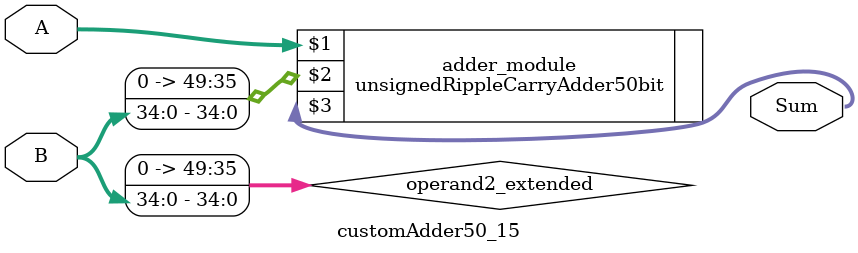
<source format=v>
module customAdder50_15(
                        input [49 : 0] A,
                        input [34 : 0] B,
                        
                        output [50 : 0] Sum
                );

        wire [49 : 0] operand2_extended;
        
        assign operand2_extended =  {15'b0, B};
        
        unsignedRippleCarryAdder50bit adder_module(
            A,
            operand2_extended,
            Sum
        );
        
        endmodule
        
</source>
